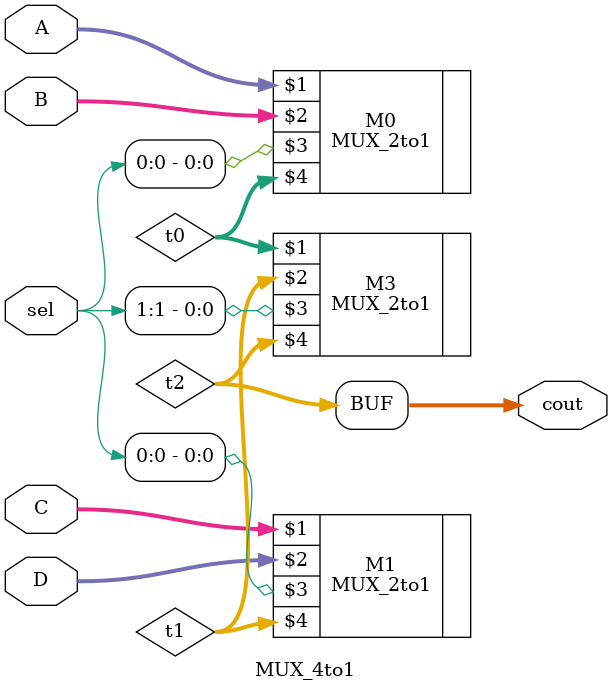
<source format=v>


module MUX_4to1 #(
    parameter N = 8
) (
    A,B,C,D,sel,cout
);

input [N-1:0] A,B,C,D;
input [1:0] sel;
output [N-1:0] cout;


reg [1:0] nsel;
wire [N-1:0] t0,t1,t2;

MUX_2to1 #(.N(N)) M0 (A,B,sel[0],t0);
MUX_2to1 #(.N(N)) M1 (C,D,sel[0],t1);

MUX_2to1 #(.N(N)) M3 (t0,t1,sel[1],t2);

assign cout = t2;


endmodule
</source>
